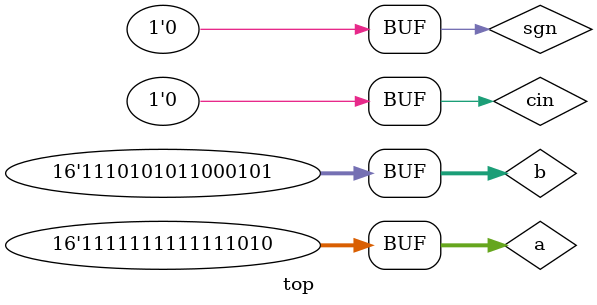
<source format=v>

module top ;

// reg [16:1] a;
// reg [16:1] b;

reg [15:0] a;
reg [15:0] b;
reg cin;
reg sgn;
	// Outputs
// wire [16:1] sum;
// wire [16:1] carry1;
// wire [16:0][1:0]carry;
wire [16:0] ans1;

// RCA16bit m1(a,b,cin,sum,cout);
doubling_recursion m2(a,b,cin,ans1,sgn);

initial
begin

a = 16'b0000000000000011;b=16'b0000000000000010;cin = 1'b0; #10;sgn = 1;

    a = 16'b0000000000000000;b=16'b0000000000000000;cin = 1'b0;#10;sgn = 1;
    a = 16'b0000000000000001;b=16'b0000000000000000;cin = 1'b0;#10;sgn = 1;
     a = 16'b0000000000001011;b=16'b0000000000000111;cin = 1'b0; #10;sgn = 1;
     a = 16'b0000001100001111;b=16'b0000000000001111;cin = 1'b0; #10;sgn = 1;
    // a = 16'd12;b=16'd24;cin = 1'b1; #10;sgn = 1;
    a = 16'b0000101100001111;b=16'b0000000000101111;cin = 1'b0; #10;sgn = 1;
    a = 16'b0000101100001111;b=16'b0000000010001011;cin = 1'b0; #10;sgn = 1;
    a = 16'b0001001100001111;b=16'b0000000000011101;cin = 1'b0; #10;sgn = 1;
    a = 16'b0001001100001111;b=16'b0000000001001111;cin = 1'b0; #10;sgn = 1;
    a = 16'b0001000001010110;b=16'b0000000001011101;cin = 1'b0; #10;sgn = 1;
    a = 16'd5560;b=16'd101;cin = 1'b0; #10;sgn = 0;
    a = 16'd61560;b=16'd60101;cin = 1'b0; #10;sgn = 0;
    a = 16'd65530;b=16'd60101;cin = 1'b0; #10;sgn = 0;

    // b = !b;


end

initial
begin
// $monitor("time = %2d,")
$monitor("time = %2d,  cin=%d, a=%d, b=%d Ans=%d", $time,cin,a, b,ans1);
$dumpfile("doubling.vcd");
$dumpvars(0,top);
end

endmodule

</source>
